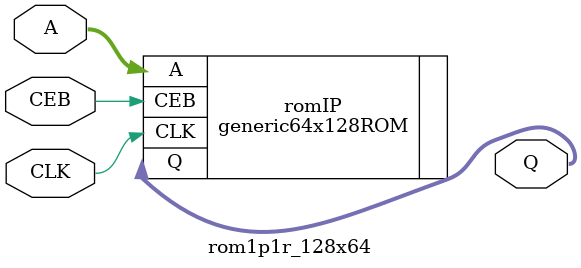
<source format=sv>

module rom1p1r_128x64( 
  input  logic 	      CLK, 
  input  logic 	      CEB, 
  input  logic [6:0]  A, 
  output logic [63:0] Q
);

   // replace "generic64x128RAM" with "TS3N..64X128.." module from your memory vendor
   generic64x128ROM romIP (.CLK, .CEB, .A, .Q);

endmodule

</source>
